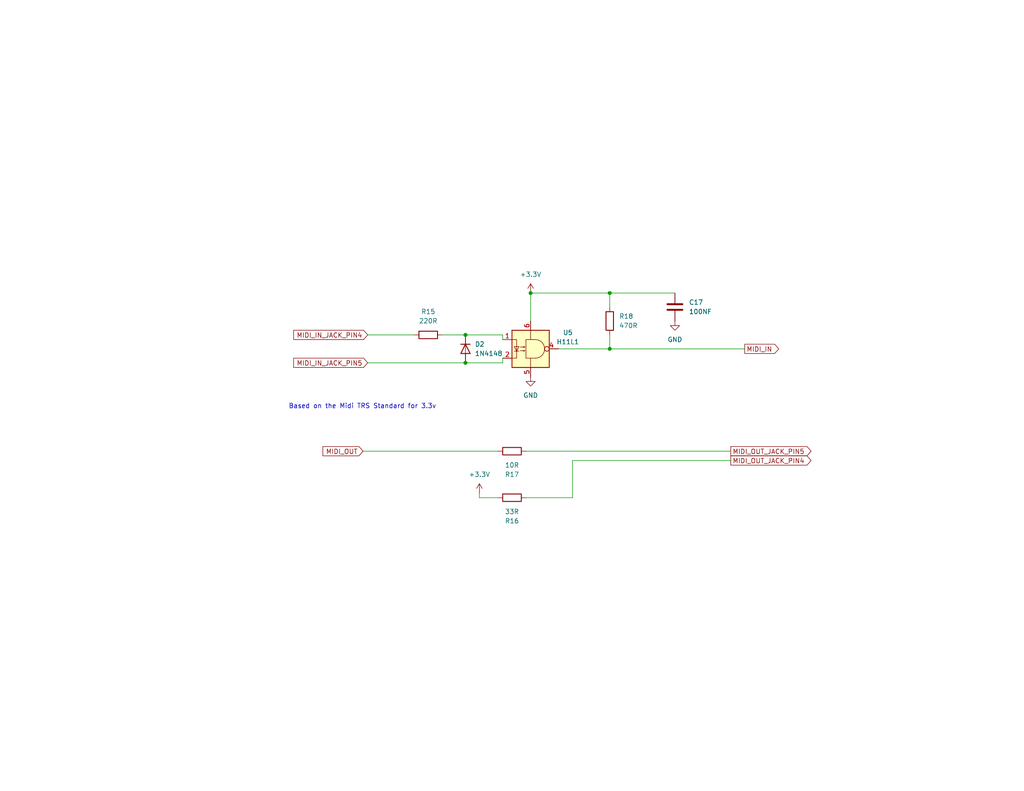
<source format=kicad_sch>
(kicad_sch (version 20231120) (generator "eeschema") (generator_version "8.0")
  (paper "USLetter")
  (title_block (title "Daisy Seed Guitar Pedal 1590B") (date "2023-11-12") (rev "6") (company "Made by Keith Shepherd (kshep@mac.com)") (comment 1 "https://diyelectromusic.wordpress.com/2022/08/29/3v3-midi-module-pcb/") (comment 2 "Schematic from Simple DIY Electronic Music Projects Blog"))
  (lib_symbols
    (symbol "Device:C" (pin_numbers hide) (pin_names (offset 0.254))
      (property "Reference" "C" (at 0.635 2.54 0))
      (property "Value" "C" (at 0.635 -2.54 0))
      (symbol "C_0_1"
        (polyline (pts (xy -2.032 -0.762) (xy 2.032 -0.762)) (stroke (width 0.508)))
        (polyline (pts (xy -2.032 0.762) (xy 2.032 0.762)) (stroke (width 0.508)))
      )
      (symbol "C_1_1"
        (pin passive line (at 0 3.81 270) (length 2.794) (name "~") (number "1"))
        (pin passive line (at 0 -3.81 90) (length 2.794) (name "~") (number "2"))
      )
    )
    (symbol "Device:R" (pin_numbers hide) (pin_names (offset 0))
      (property "Reference" "R" (at 2.032 0 90))
      (property "Value" "R" (at 0 0 90))
      (symbol "R_0_1"
        (rectangle (start -1.016 -2.54) (end 1.016 2.54) (stroke (width 0.254)))
      )
      (symbol "R_1_1"
        (pin passive line (at 0 3.81 270) (length 1.27) (name "~") (number "1"))
        (pin passive line (at 0 -3.81 90) (length 1.27) (name "~") (number "2"))
      )
    )
    (symbol "Diode:1N4148" (pin_numbers hide) (pin_names hide)
      (property "Reference" "D" (at 0 2.54 0))
      (property "Value" "1N4148" (at 0 -2.54 0))
      (symbol "1N4148_0_1"
        (polyline (pts (xy -1.27 1.27) (xy -1.27 -1.27)) (stroke (width 0.254)))
        (polyline (pts (xy 1.27 0) (xy -1.27 0)))
        (polyline (pts (xy 1.27 1.27) (xy 1.27 -1.27) (xy -1.27 0) (xy 1.27 1.27)) (stroke (width 0.254)))
      )
      (symbol "1N4148_1_1"
        (pin passive line (at -3.81 0 0) (length 2.54) (name "K") (number "1"))
        (pin passive line (at 3.81 0 180) (length 2.54) (name "A") (number "2"))
      )
    )
    (symbol "Isolator:H11L1" (pin_names (offset 1.016))
      (property "Reference" "U" (at 1.27 8.89 0))
      (property "Value" "H11L1" (at 1.27 6.35 0))
      (symbol "H11L1_0_1"
        (rectangle (start -5.08 5.08) (end 5.08 -5.08) (stroke (width 0.254)) (fill (type background)))
        (polyline (pts (xy -4.445 -0.635) (xy -3.175 -0.635)))
        (polyline (pts (xy 0 2.54) (xy 0 5.08)))
        (polyline (pts (xy 0 -2.54) (xy 0 -5.08) (xy 0 -3.81)))
        (polyline (pts (xy -5.08 -2.54) (xy -3.81 -2.54) (xy -3.81 2.54) (xy -5.08 2.54)))
        (polyline (pts (xy -3.81 -0.635) (xy -4.445 0.635) (xy -3.175 0.635) (xy -3.81 -0.635)))
        (polyline (pts (xy 1.27 -2.54) (xy -1.27 -2.54) (xy -1.27 2.54) (xy 1.27 2.54)))
        (polyline (pts (xy -2.794 -0.508) (xy -1.524 -0.508) (xy -1.905 -0.635) (xy -1.905 -0.381) (xy -1.524 -0.508)))
        (polyline (pts (xy -2.794 0.508) (xy -1.524 0.508) (xy -1.905 0.381) (xy -1.905 0.635) (xy -1.524 0.508)))
        (arc (start 1.27 -2.54) (mid 3.799 0) (end 1.27 2.54))
      )
      (symbol "H11L1_1_1"
        (pin passive line (at -7.62 2.54 0) (length 2.54) (name "~") (number "1"))
        (pin passive line (at -7.62 -2.54 0) (length 2.54) (name "~") (number "2"))
        (pin no_connect line (at -5.08 0 0) (length 2.54) hide (name "~") (number "3"))
        (pin output inverted (at 7.62 0 180) (length 3.81) (name "~") (number "4"))
        (pin power_in line (at 0 -7.62 90) (length 2.54) (name "~") (number "5"))
        (pin power_in line (at 0 7.62 270) (length 2.54) (name "~") (number "6"))
      )
    )
    (symbol "power:+3.3V" (power) (pin_names (offset 0))
      (property "Value" "+3.3V" (at 0 3.556 0))
      (symbol "+3.3V_0_1"
        (polyline (pts (xy -0.762 1.27) (xy 0 2.54)))
        (polyline (pts (xy 0 0) (xy 0 2.54)))
        (polyline (pts (xy 0 2.54) (xy 0.762 1.27)))
      )
      (symbol "+3.3V_1_1"
        (pin power_in line (at 0 0 90) (length 0) hide (name "+3.3V") (number "1"))
      )
    )
    (symbol "power:GND" (power) (pin_names (offset 0))
      (property "Value" "GND" (at 0 -3.81 0))
      (symbol "GND_0_1"
        (polyline (pts (xy 0 0) (xy 0 -1.27) (xy 1.27 -1.27) (xy 0 -2.54) (xy -1.27 -1.27) (xy 0 -1.27)))
      )
      (symbol "GND_1_1"
        (pin power_in line (at 0 0 270) (length 0) hide (name "GND") (number "1"))
      )
    )
  )
  (junction (at 166.37 80.01))
  (junction (at 127 99.06))
  (junction (at 127 91.44))
  (junction (at 166.37 95.25))
  (junction (at 144.78 80.01))
  (wire (pts (xy 166.37 80.01) (xy 184.15 80.01)))
  (wire (pts (xy 135.89 135.89) (xy 130.81 135.89)))
  (wire (pts (xy 199.39 123.19) (xy 143.51 123.19)))
  (wire (pts (xy 135.89 123.19) (xy 99.06 123.19)))
  (wire (pts (xy 143.51 135.89) (xy 156.21 135.89)))
  (wire (pts (xy 166.37 80.01) (xy 166.37 83.82)))
  (wire (pts (xy 130.81 135.89) (xy 130.81 134.62)))
  (wire (pts (xy 166.37 91.44) (xy 166.37 95.25)))
  (wire (pts (xy 137.16 91.44) (xy 137.16 92.71)))
  (wire (pts (xy 120.65 91.44) (xy 127 91.44)))
  (wire (pts (xy 127 99.06) (xy 137.16 99.06)))
  (wire (pts (xy 144.78 80.01) (xy 166.37 80.01)))
  (wire (pts (xy 100.33 99.06) (xy 127 99.06)))
  (wire (pts (xy 144.78 80.01) (xy 144.78 87.63)))
  (wire (pts (xy 166.37 95.25) (xy 203.2 95.25)))
  (wire (pts (xy 127 91.44) (xy 137.16 91.44)))
  (wire (pts (xy 152.4 95.25) (xy 166.37 95.25)))
  (wire (pts (xy 156.21 135.89) (xy 156.21 125.73)))
  (wire (pts (xy 100.33 91.44) (xy 113.03 91.44)))
  (wire (pts (xy 199.39 125.73) (xy 156.21 125.73)))
  (wire (pts (xy 137.16 97.79) (xy 137.16 99.06)))
  (text "Based on the Midi TRS Standard for 3.3v" (at 78.74 111.76 0) (effects (font (size 1.27 1.27)) (justify left bottom)))
  (global_label "MIDI_OUT_JACK_PIN5" (shape output) (at 199.39 123.19 0) (property "Intersheetrefs" "${INTERSHEET_REFS}" (effects (hide yes))))
  (global_label "MIDI_OUT" (shape input) (at 99.06 123.19 180) (property "Intersheetrefs" "${INTERSHEET_REFS}" (effects (hide yes))))
  (global_label "MIDI_IN_JACK_PIN5" (shape input) (at 100.33 99.06 180) (property "Intersheetrefs" "${INTERSHEET_REFS}" (effects (hide yes))))
  (global_label "MIDI_OUT_JACK_PIN4" (shape output) (at 199.39 125.73 0) (property "Intersheetrefs" "${INTERSHEET_REFS}" (effects (hide yes))))
  (global_label "MIDI_IN_JACK_PIN4" (shape input) (at 100.33 91.44 180) (property "Intersheetrefs" "${INTERSHEET_REFS}" (effects (hide yes))))
  (global_label "MIDI_IN" (shape output) (at 203.2 95.25 0) (property "Intersheetrefs" "${INTERSHEET_REFS}" (effects (hide yes))))
  (symbol (lib_id "Device:R") (at 116.84 91.44 90) (unit 1)
    (property "Reference" "R15" (at 116.84 85.09 90))
    (property "Value" "220R" (at 116.84 87.63 90))
    (property "Footprint" "Resistor_THT:R_Axial_DIN0207_L6.3mm_D2.5mm_P7.62mm_Horizontal" (effects (hide yes)))
  )
  (symbol (lib_id "power:+3.3V") (at 144.78 80.01 0) (unit 1)
    (property "Reference" "#PWR022" (effects (hide yes)))
    (property "Value" "+3.3V" (at 144.78 74.93 0))
  )
  (symbol (lib_id "Diode:1N4148") (at 127 95.25 270) (unit 1)
    (property "Reference" "D2" (at 129.54 93.9799 90) (effects (justify left)))
    (property "Value" "1N4148" (at 129.54 96.5199 90) (effects (justify left)))
    (property "Footprint" "Diode_THT:D_DO-35_SOD27_P7.62mm_Horizontal" (effects (hide yes)))
    (property "Datasheet" "https://assets.nexperia.com/documents/data-sheet/1N4148_1N4448.pdf" (effects (hide yes)))
  )
  (symbol (lib_id "Device:R") (at 139.7 135.89 270) (unit 1)
    (property "Reference" "R16" (at 139.7 142.24 90))
    (property "Value" "33R" (at 139.7 139.7 90))
    (property "Footprint" "Resistor_THT:R_Axial_DIN0207_L6.3mm_D2.5mm_P7.62mm_Horizontal" (effects (hide yes)))
  )
  (symbol (lib_id "Device:C") (at 184.15 83.82 0) (unit 1)
    (property "Reference" "C17" (at 187.96 82.5499 0) (effects (justify left)))
    (property "Value" "100NF" (at 187.96 85.0899 0) (effects (justify left)))
    (property "Footprint" "Capacitor_THT:C_Disc_D6.0mm_W2.5mm_P5.00mm" (effects (hide yes)))
  )
  (symbol (lib_id "Device:R") (at 166.37 87.63 0) (unit 1)
    (property "Reference" "R18" (at 168.91 86.3599 0) (effects (justify left)))
    (property "Value" "470R" (at 168.91 88.8999 0) (effects (justify left)))
    (property "Footprint" "Resistor_THT:R_Axial_DIN0207_L6.3mm_D2.5mm_P7.62mm_Horizontal" (effects (hide yes)))
  )
  (symbol (lib_id "power:GND") (at 144.78 102.87 0) (unit 1)
    (property "Reference" "#PWR023" (effects (hide yes)))
    (property "Value" "GND" (at 144.78 107.95 0))
  )
  (symbol (lib_id "power:GND") (at 184.15 87.63 0) (unit 1)
    (property "Reference" "#PWR021" (effects (hide yes)))
    (property "Value" "GND" (at 184.15 92.71 0))
  )
  (symbol (lib_id "Isolator:H11L1") (at 144.78 95.25 0) (unit 1)
    (property "Reference" "U5" (at 154.94 90.805 0))
    (property "Value" "H11L1" (at 154.94 93.345 0))
    (property "Footprint" "Package_DIP:DIP-6_W7.62mm" (effects (hide yes)))
    (property "Datasheet" "https://www.onsemi.com/pub/Collateral/H11L3M-D.PDF" (effects (hide yes)))
  )
  (symbol (lib_id "power:+3.3V") (at 130.81 134.62 0) (unit 1)
    (property "Reference" "#PWR024" (effects (hide yes)))
    (property "Value" "+3.3V" (at 130.81 129.54 0))
  )
  (symbol (lib_id "Device:R") (at 139.7 123.19 270) (unit 1)
    (property "Reference" "R17" (at 139.7 129.54 90))
    (property "Value" "10R" (at 139.7 127 90))
    (property "Footprint" "Resistor_THT:R_Axial_DIN0207_L6.3mm_D2.5mm_P7.62mm_Horizontal" (effects (hide yes)))
  )
)
</source>
